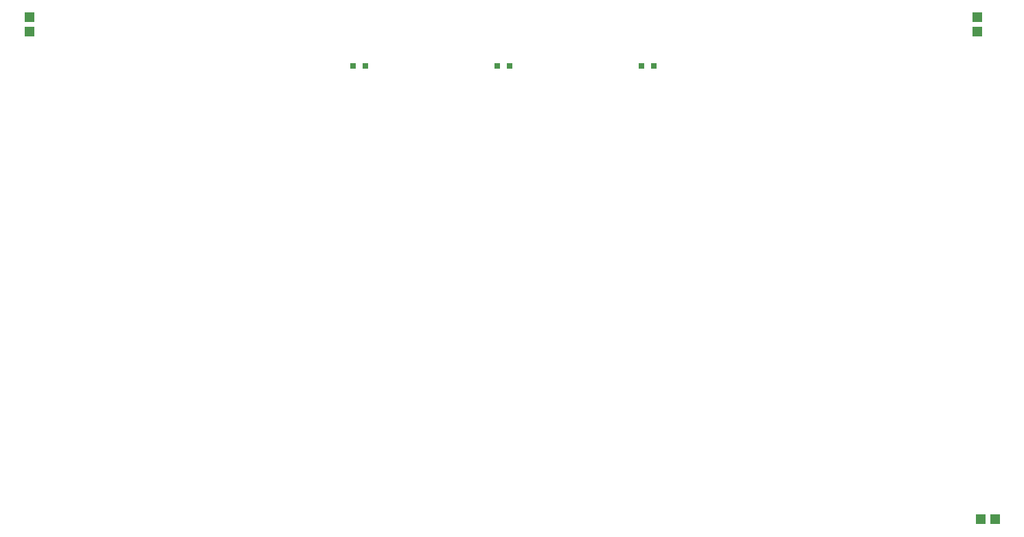
<source format=gbr>
G04 EAGLE Gerber RS-274X export*
G75*
%MOMM*%
%FSLAX34Y34*%
%LPD*%
%INSolderpaste Top*%
%IPPOS*%
%AMOC8*
5,1,8,0,0,1.08239X$1,22.5*%
G01*
%ADD10R,1.143000X1.270000*%
%ADD11R,1.270000X1.143000*%
%ADD12R,0.800000X0.800000*%


D10*
X1223010Y228600D03*
X1240790Y228600D03*
D11*
X1219200Y847090D03*
X1219200Y829310D03*
X50800Y829310D03*
X50800Y847090D03*
D12*
X449800Y787400D03*
X464600Y787400D03*
X627600Y787400D03*
X642400Y787400D03*
X805400Y787400D03*
X820200Y787400D03*
M02*

</source>
